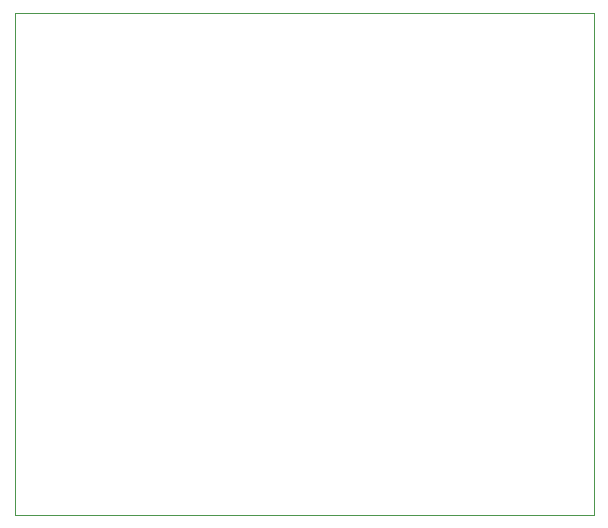
<source format=gbr>
%TF.GenerationSoftware,KiCad,Pcbnew,9.0.0*%
%TF.CreationDate,2025-03-20T16:07:02+05:30*%
%TF.ProjectId,demo-2,64656d6f-2d32-42e6-9b69-6361645f7063,rev?*%
%TF.SameCoordinates,Original*%
%TF.FileFunction,Profile,NP*%
%FSLAX46Y46*%
G04 Gerber Fmt 4.6, Leading zero omitted, Abs format (unit mm)*
G04 Created by KiCad (PCBNEW 9.0.0) date 2025-03-20 16:07:02*
%MOMM*%
%LPD*%
G01*
G04 APERTURE LIST*
%TA.AperFunction,Profile*%
%ADD10C,0.050000*%
%TD*%
G04 APERTURE END LIST*
D10*
X113000000Y-60000000D02*
X162000000Y-60000000D01*
X162000000Y-102500000D01*
X113000000Y-102500000D01*
X113000000Y-60000000D01*
M02*

</source>
